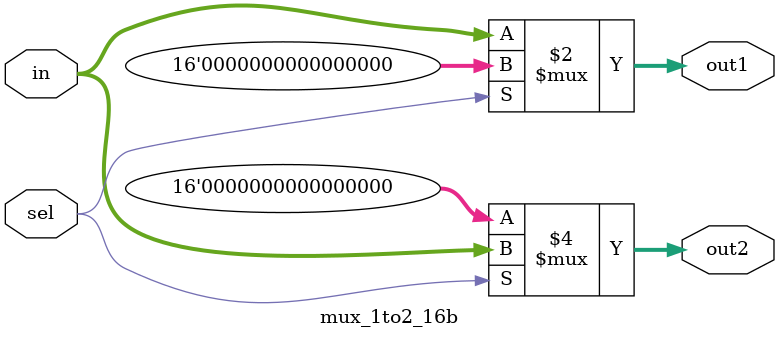
<source format=v>

module mux_1to2_16b(
     input wire sel
    ,input wire[15:0] in
    ,output wire[15:0] out1
    ,output wire[15:0] out2
);
    assign out1 = (sel == 1'b0) ? in : 16'b0;
    assign out2 = (sel == 1'b1) ? in : 16'b0;
endmodule
</source>
